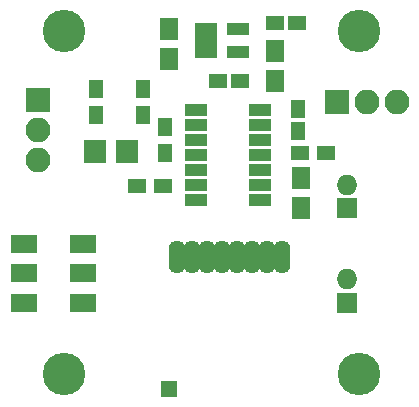
<source format=gts>
G04 #@! TF.FileFunction,Soldermask,Top*
%FSLAX46Y46*%
G04 Gerber Fmt 4.6, Leading zero omitted, Abs format (unit mm)*
G04 Created by KiCad (PCBNEW 4.0.4-stable) date Friday, October 13, 2017 'PMt' 10:51:30 PM*
%MOMM*%
%LPD*%
G01*
G04 APERTURE LIST*
%ADD10C,0.100000*%
%ADD11C,3.600000*%
%ADD12R,1.300000X1.600000*%
%ADD13R,1.600000X1.150000*%
%ADD14R,1.650000X1.900000*%
%ADD15R,1.750000X1.750000*%
%ADD16O,1.750000X1.750000*%
%ADD17R,2.100000X2.100000*%
%ADD18O,2.100000X2.100000*%
%ADD19R,1.600000X1.300000*%
%ADD20R,2.300000X1.600000*%
%ADD21R,1.900000X1.000000*%
%ADD22R,1.960000X1.050000*%
%ADD23R,1.150000X1.600000*%
%ADD24R,1.900000X0.800000*%
%ADD25O,1.400000X2.800000*%
%ADD26R,1.400000X1.400000*%
G04 APERTURE END LIST*
D10*
D11*
X100000000Y-92000000D03*
X100000000Y-63000000D03*
X75000000Y-92000000D03*
D12*
X83600000Y-71100000D03*
X83600000Y-73300000D03*
D13*
X88050000Y-67200000D03*
X89950000Y-67200000D03*
D14*
X95100000Y-77950000D03*
X95100000Y-75450000D03*
D15*
X99000000Y-86000000D03*
D16*
X99000000Y-84000000D03*
D15*
X99000000Y-78000000D03*
D16*
X99000000Y-76000000D03*
D17*
X98100000Y-69000000D03*
D18*
X100640000Y-69000000D03*
X103180000Y-69000000D03*
D12*
X77700000Y-70100000D03*
X77700000Y-67900000D03*
D19*
X81200000Y-76100000D03*
X83400000Y-76100000D03*
D12*
X81700000Y-67900000D03*
X81700000Y-70100000D03*
D20*
X71600000Y-81000000D03*
X71600000Y-86000000D03*
X76600000Y-83500000D03*
X71600000Y-83500000D03*
X76600000Y-81000000D03*
X76600000Y-86000000D03*
D21*
X86200000Y-69690000D03*
X86200000Y-70960000D03*
X86200000Y-72230000D03*
X86200000Y-73500000D03*
X86200000Y-74770000D03*
X86200000Y-76040000D03*
X86200000Y-77310000D03*
X91600000Y-77310000D03*
X91600000Y-76040000D03*
X91600000Y-74770000D03*
X91600000Y-73500000D03*
X91600000Y-72230000D03*
X91600000Y-70960000D03*
X91600000Y-69690000D03*
D22*
X87050000Y-62850000D03*
X87050000Y-63800000D03*
X87050000Y-64750000D03*
X89750000Y-64750000D03*
X89750000Y-62850000D03*
D23*
X94800000Y-71450000D03*
X94800000Y-69550000D03*
D14*
X83900000Y-62850000D03*
X83900000Y-65350000D03*
D13*
X92850000Y-62300000D03*
X94750000Y-62300000D03*
D14*
X92900000Y-64700000D03*
X92900000Y-67200000D03*
D17*
X72800000Y-68800000D03*
D18*
X72800000Y-71340000D03*
X72800000Y-73880000D03*
D24*
X80330000Y-73850000D03*
X80330000Y-73200000D03*
X80330000Y-72550000D03*
X77670000Y-72550000D03*
X77670000Y-73200000D03*
X77670000Y-73850000D03*
D25*
X88365000Y-82100000D03*
X89635000Y-82100000D03*
X87095000Y-82100000D03*
X90905000Y-82100000D03*
X92175000Y-82100000D03*
X85825000Y-82100000D03*
X93445000Y-82100000D03*
X84555000Y-82100000D03*
D26*
X83900000Y-93300000D03*
D11*
X75000000Y-63000000D03*
D19*
X97200000Y-73300000D03*
X95000000Y-73300000D03*
M02*

</source>
